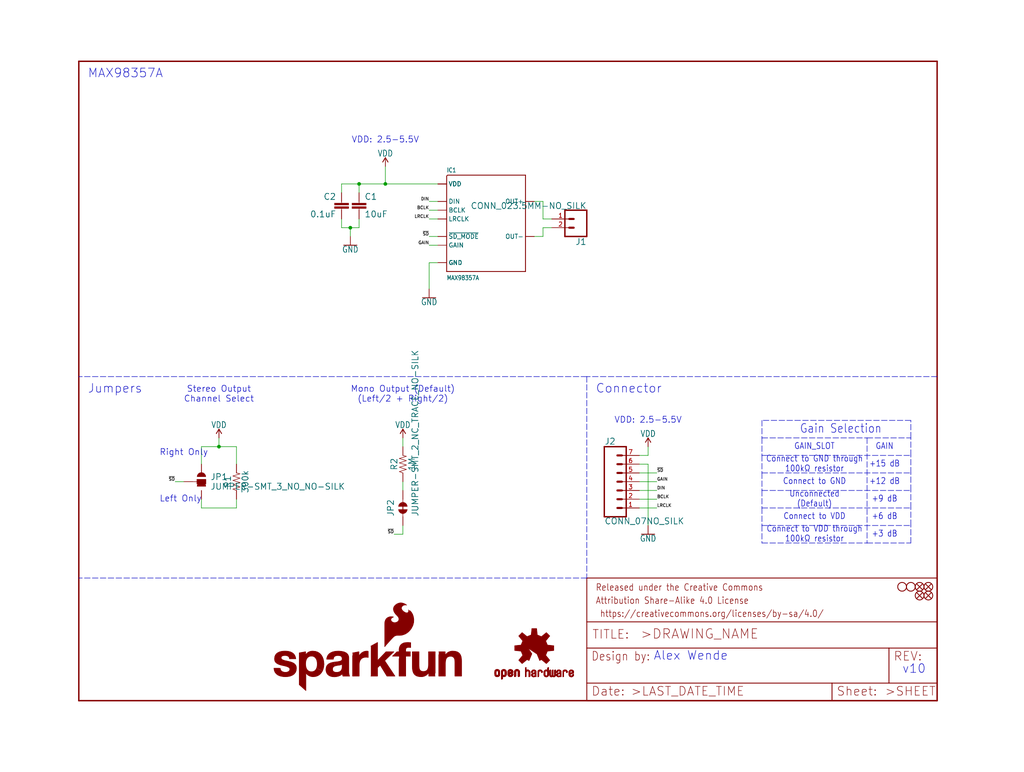
<source format=kicad_sch>
(kicad_sch (version 20211123) (generator eeschema)
  (paper "User" 297.002 223.926)
  (lib_symbols
    (symbol "schematicEagle-eagle-import:0.1UF-0603-25V-(+80{slash}-20%)"
      (property "Reference" "C" (at 1.524 2.921 0))
      (property "Value" "0.1UF-0603-25V-(+80{slash}-20%)" (at 1.524 -2.159 0))
      (symbol "0.1UF-0603-25V-(+80{slash}-20%)_1_0"
        (pin passive line (at 0 5.08 270) (length 2.54) (name "1") (number "1"))
        (pin passive line (at 0 -2.54 90) (length 2.54) (name "2") (number "2"))
      )
    )
    (symbol "schematicEagle-eagle-import:10UF-0805-10V-10%"
      (property "Reference" "C" (at 1.524 2.921 0))
      (property "Value" "10UF-0805-10V-10%" (at 1.524 -2.159 0))
      (symbol "10UF-0805-10V-10%_1_0"
        (pin passive line (at 0 5.08 270) (length 2.54) (name "1") (number "1"))
        (pin passive line (at 0 -2.54 90) (length 2.54) (name "2") (number "2"))
      )
    )
    (symbol "schematicEagle-eagle-import:1MOHM-0603-1{slash}4W-5%"
      (property "Reference" "R" (at 0 1.524 0))
      (property "Value" "1MOHM-0603-1{slash}4W-5%" (at 0 -1.524 0))
      (symbol "1MOHM-0603-1{slash}4W-5%_1_0"
        (pin passive line (at -5.08 0 0) (length 2.54) (name "1") (number "1"))
        (pin passive line (at 5.08 0 180) (length 2.54) (name "2") (number "2"))
      )
    )
    (symbol "schematicEagle-eagle-import:300KOHM-0603-1{slash}10W-1%"
      (property "Reference" "R" (at 0 1.524 0))
      (property "Value" "300KOHM-0603-1{slash}10W-1%" (at 0 -1.524 0))
      (symbol "300KOHM-0603-1{slash}10W-1%_1_0"
        (pin passive line (at -5.08 0 0) (length 2.54) (name "1") (number "1"))
        (pin passive line (at 5.08 0 180) (length 2.54) (name "2") (number "2"))
      )
    )
    (symbol "schematicEagle-eagle-import:CONN_023.5MM-NO_SILK"
      (property "Reference" "J" (at -2.54 5.588 0))
      (property "Value" "CONN_023.5MM-NO_SILK" (at -2.54 -4.826 0))
      (symbol "CONN_023.5MM-NO_SILK_1_0"
        (pin passive line (at 7.62 0 180) (length 5.08) (name "1") (number "1"))
        (pin passive line (at 7.62 2.54 180) (length 5.08) (name "2") (number "2"))
      )
    )
    (symbol "schematicEagle-eagle-import:CONN_07NO_SILK"
      (property "Reference" "J" (at -5.08 13.208 0))
      (property "Value" "CONN_07NO_SILK" (at -5.08 -9.906 0))
      (symbol "CONN_07NO_SILK_1_0"
        (pin passive line (at 5.08 -5.08 180) (length 5.08) (name "1") (number "1"))
        (pin passive line (at 5.08 -2.54 180) (length 5.08) (name "2") (number "2"))
        (pin passive line (at 5.08 0 180) (length 5.08) (name "3") (number "3"))
        (pin passive line (at 5.08 2.54 180) (length 5.08) (name "4") (number "4"))
        (pin passive line (at 5.08 5.08 180) (length 5.08) (name "5") (number "5"))
        (pin passive line (at 5.08 7.62 180) (length 5.08) (name "6") (number "6"))
        (pin passive line (at 5.08 10.16 180) (length 5.08) (name "7") (number "7"))
      )
    )
    (symbol "schematicEagle-eagle-import:FIDUCIALUFIDUCIAL")
    (symbol "schematicEagle-eagle-import:FRAME-LETTER"
      (symbol "FRAME-LETTER_2_0"
        (text " https://creativecommons.org/licenses/by-sa/4.0/" (at 2.54 24.13 0) (effects (font (size 1.9304 1.6408)) (justify left bottom)))
        (text ">DRAWING_NAME" (at 15.494 17.78 0) (effects (font (size 2.7432 2.7432)) (justify left bottom)))
        (text ">LAST_DATE_TIME" (at 12.7 1.27 0) (effects (font (size 2.54 2.54)) (justify left bottom)))
        (text ">SHEET" (at 86.36 1.27 0) (effects (font (size 2.54 2.54)) (justify left bottom)))
        (text "Attribution Share-Alike 4.0 License" (at 2.54 27.94 0) (effects (font (size 1.9304 1.6408)) (justify left bottom)))
        (text "Date:" (at 1.27 1.27 0) (effects (font (size 2.54 2.54)) (justify left bottom)))
        (text "Design by:" (at 1.27 11.43 0) (effects (font (size 2.54 2.159)) (justify left bottom)))
        (text "Released under the Creative Commons" (at 2.54 31.75 0) (effects (font (size 1.9304 1.6408)) (justify left bottom)))
        (text "REV:" (at 88.9 11.43 0) (effects (font (size 2.54 2.54)) (justify left bottom)))
        (text "Sheet:" (at 72.39 1.27 0) (effects (font (size 2.54 2.54)) (justify left bottom)))
        (text "TITLE:" (at 1.524 17.78 0) (effects (font (size 2.54 2.54)) (justify left bottom)))
      )
    )
    (symbol "schematicEagle-eagle-import:GND" (power)
      (property "Value" "GND" (at 0 -0.254 0))
      (symbol "GND_1_0"
        (pin power_in line (at 0 2.54 270) (length 2.54) (name "GND") (number "1"))
      )
    )
    (symbol "schematicEagle-eagle-import:JUMPER-SMT_2_NC_TRACE_NO-SILK"
      (property "Reference" "JP" (at -2.54 2.54 0))
      (property "Value" "JUMPER-SMT_2_NC_TRACE_NO-SILK" (at -2.54 -2.54 0))
      (symbol "JUMPER-SMT_2_NC_TRACE_NO-SILK_1_0"
        (pin passive line (at -5.08 0 0) (length 2.54) (name "1") (number "1"))
        (pin passive line (at 5.08 0 180) (length 2.54) (name "2") (number "2"))
      )
    )
    (symbol "schematicEagle-eagle-import:JUMPER-SMT_3_NO_NO-SILK"
      (property "Reference" "JP" (at 2.54 0.381 0))
      (property "Value" "JUMPER-SMT_3_NO_NO-SILK" (at 2.54 -0.381 0))
      (symbol "JUMPER-SMT_3_NO_NO-SILK_1_0"
        (pin passive line (at 0 5.08 270) (length 2.54) (name "1") (number "1"))
        (pin passive line (at -5.08 0 0) (length 2.54) (name "2") (number "2"))
        (pin passive line (at 0 -5.08 90) (length 2.54) (name "3") (number "3"))
      )
    )
    (symbol "schematicEagle-eagle-import:MAX98357A"
      (property "Reference" "IC" (at -10.16 13.462 0))
      (property "Value" "MAX98357A" (at -10.16 -17.78 0))
      (symbol "MAX98357A_1_0"
        (pin bidirectional line (at -12.7 5.08 0) (length 2.54) (name "DIN") (number "P$1"))
        (pin bidirectional line (at 15.24 -5.08 180) (length 2.54) (name "OUT-") (number "P$10"))
        (pin bidirectional line (at -12.7 -12.7 0) (length 2.54) (name "GND") (number "P$11"))
        (pin bidirectional line (at -12.7 0 0) (length 2.54) (name "LRCLK") (number "P$14"))
        (pin bidirectional line (at -12.7 -12.7 0) (length 2.54) (name "GND") (number "P$15"))
        (pin bidirectional line (at -12.7 2.54 0) (length 2.54) (name "BCLK") (number "P$16"))
        (pin bidirectional line (at -12.7 -7.62 0) (length 2.54) (name "GAIN") (number "P$2"))
        (pin bidirectional line (at -12.7 -12.7 0) (length 2.54) (name "GND") (number "P$3"))
        (pin bidirectional line (at -12.7 -5.08 0) (length 2.54) (name "~{SD_MODE}") (number "P$4"))
        (pin bidirectional line (at -12.7 10.16 0) (length 2.54) (name "VDD") (number "P$7"))
        (pin bidirectional line (at -12.7 10.16 0) (length 2.54) (name "VDD") (number "P$8"))
        (pin bidirectional line (at 15.24 5.08 180) (length 2.54) (name "OUT+") (number "P$9"))
        (pin bidirectional line (at -12.7 -12.7 0) (length 2.54) (name "GND") (number "P$EP"))
      )
    )
    (symbol "schematicEagle-eagle-import:OSHW-LOGOS")
    (symbol "schematicEagle-eagle-import:SFE_LOGO_NAME_FLAME.1_INCH")
    (symbol "schematicEagle-eagle-import:STAND-OFF")
    (symbol "schematicEagle-eagle-import:VDD" (power)
      (property "Value" "VDD" (at 0 2.794 0))
      (symbol "VDD_1_0"
        (pin power_in line (at 0 0 90) (length 2.54) (name "VDD") (number "1"))
      )
    )
  )
  (junction (at 104.14 53.34))
  (junction (at 63.5 129.54))
  (junction (at 101.6 66.04))
  (junction (at 111.76 53.34))
  (polyline (pts (xy 264.16 127) (xy 264.16 121.92)))
  (wire (pts (xy 99.06 53.34) (xy 104.14 53.34)))
  (wire (pts (xy 104.14 53.34) (xy 111.76 53.34)))
  (wire (pts (xy 187.96 134.62) (xy 187.96 152.4)))
  (wire (pts (xy 104.14 53.34) (xy 104.14 55.88)))
  (wire (pts (xy 63.5 129.54) (xy 58.42 129.54)))
  (wire (pts (xy 127 53.34) (xy 111.76 53.34)))
  (wire (pts (xy 157.48 63.5) (xy 160.02 63.5)))
  (wire (pts (xy 104.14 66.04) (xy 101.6 66.04)))
  (wire (pts (xy 185.42 139.7) (xy 190.5 139.7)))
  (polyline (pts (xy 220.98 142.24) (xy 264.16 142.24)))
  (wire (pts (xy 185.42 142.24) (xy 190.5 142.24)))
  (polyline (pts (xy 220.98 147.32) (xy 264.16 147.32)))
  (wire (pts (xy 154.94 68.58) (xy 157.48 68.58)))
  (polyline (pts (xy 251.46 157.48) (xy 264.16 157.48)))
  (polyline (pts (xy 220.98 137.16) (xy 264.16 137.16)))
  (wire (pts (xy 127 63.5) (xy 124.46 63.5)))
  (wire (pts (xy 157.48 58.42) (xy 157.48 63.5)))
  (wire (pts (xy 185.42 137.16) (xy 190.5 137.16)))
  (wire (pts (xy 101.6 66.04) (xy 101.6 68.58)))
  (polyline (pts (xy 170.18 109.22) (xy 170.18 167.64)))
  (polyline (pts (xy 264.16 147.32) (xy 264.16 142.24)))
  (wire (pts (xy 154.94 58.42) (xy 157.48 58.42)))
  (wire (pts (xy 104.14 63.5) (xy 104.14 66.04)))
  (polyline (pts (xy 170.18 167.64) (xy 22.86 167.64)))
  (polyline (pts (xy 251.46 127) (xy 264.16 127)))
  (polyline (pts (xy 220.98 132.08) (xy 264.16 132.08)))
  (wire (pts (xy 63.5 129.54) (xy 63.5 127)))
  (wire (pts (xy 116.84 154.94) (xy 114.3 154.94)))
  (wire (pts (xy 99.06 66.04) (xy 99.06 63.5)))
  (polyline (pts (xy 264.16 137.16) (xy 264.16 132.08)))
  (wire (pts (xy 124.46 76.2) (xy 124.46 83.82)))
  (polyline (pts (xy 251.46 127) (xy 251.46 157.48)))
  (polyline (pts (xy 264.16 157.48) (xy 264.16 152.4)))
  (wire (pts (xy 127 60.96) (xy 124.46 60.96)))
  (wire (pts (xy 68.58 147.32) (xy 68.58 144.78)))
  (wire (pts (xy 111.76 53.34) (xy 111.76 48.26)))
  (wire (pts (xy 116.84 152.4) (xy 116.84 154.94)))
  (polyline (pts (xy 170.18 109.22) (xy 22.86 109.22)))
  (wire (pts (xy 58.42 134.62) (xy 58.42 129.54)))
  (wire (pts (xy 187.96 132.08) (xy 187.96 129.54)))
  (polyline (pts (xy 220.98 137.16) (xy 220.98 142.24)))
  (wire (pts (xy 101.6 66.04) (xy 99.06 66.04)))
  (wire (pts (xy 53.34 139.7) (xy 50.8 139.7)))
  (wire (pts (xy 185.42 132.08) (xy 187.96 132.08)))
  (wire (pts (xy 127 68.58) (xy 124.46 68.58)))
  (wire (pts (xy 116.84 139.7) (xy 116.84 142.24)))
  (wire (pts (xy 127 76.2) (xy 124.46 76.2)))
  (wire (pts (xy 58.42 144.78) (xy 58.42 147.32)))
  (polyline (pts (xy 220.98 152.4) (xy 220.98 157.48)))
  (wire (pts (xy 185.42 144.78) (xy 190.5 144.78)))
  (polyline (pts (xy 220.98 157.48) (xy 251.46 157.48)))
  (polyline (pts (xy 264.16 132.08) (xy 264.16 127)))
  (polyline (pts (xy 220.98 132.08) (xy 220.98 137.16)))
  (wire (pts (xy 58.42 147.32) (xy 68.58 147.32)))
  (wire (pts (xy 127 71.12) (xy 124.46 71.12)))
  (polyline (pts (xy 264.16 152.4) (xy 264.16 147.32)))
  (polyline (pts (xy 220.98 147.32) (xy 220.98 152.4)))
  (polyline (pts (xy 264.16 121.92) (xy 220.98 121.92)))
  (polyline (pts (xy 220.98 152.4) (xy 264.16 152.4)))
  (polyline (pts (xy 220.98 142.24) (xy 220.98 147.32)))
  (polyline (pts (xy 220.98 127) (xy 220.98 132.08)))
  (polyline (pts (xy 264.16 142.24) (xy 264.16 137.16)))
  (wire (pts (xy 185.42 147.32) (xy 190.5 147.32)))
  (wire (pts (xy 157.48 68.58) (xy 157.48 66.04)))
  (polyline (pts (xy 220.98 127) (xy 251.46 127)))
  (wire (pts (xy 185.42 134.62) (xy 187.96 134.62)))
  (wire (pts (xy 127 58.42) (xy 124.46 58.42)))
  (wire (pts (xy 157.48 66.04) (xy 160.02 66.04)))
  (wire (pts (xy 68.58 134.62) (xy 68.58 129.54)))
  (polyline (pts (xy 271.78 109.22) (xy 170.18 109.22)))
  (wire (pts (xy 116.84 129.54) (xy 116.84 127)))
  (polyline (pts (xy 220.98 121.92) (xy 220.98 127)))
  (wire (pts (xy 99.06 55.88) (xy 99.06 53.34)))
  (wire (pts (xy 68.58 129.54) (xy 63.5 129.54)))
  (text "GAIN" (at 256.54 129.54 180) (effects (font (size 1.778 1.5113))))
  (text "GAIN_SLOT" (at 236.22 129.54 180) (effects (font (size 1.778 1.5113))))
  (text "Right Only" (at 46.228 132.334 180) (effects (font (size 1.778 1.778)) (justify left bottom)))
  (text "Connect to VDD" (at 236.22 149.86 180) (effects (font (size 1.778 1.5113))))
  (text "Connect to GND through\n100kΩ resistor" (at 236.22 134.62 180) (effects (font (size 1.778 1.5113))))
  (text "Jumpers" (at 25.4 114.3 180) (effects (font (size 2.54 2.54)) (justify left bottom)))
  (text "+6 dB" (at 256.54 149.86 180) (effects (font (size 1.778 1.5113))))
  (text "Connector" (at 172.72 114.3 180) (effects (font (size 2.54 2.54)) (justify left bottom)))
  (text "+3 dB" (at 256.54 154.94 180) (effects (font (size 1.778 1.5113))))
  (text "VDD: 2.5-5.5V" (at 111.76 40.64 180) (effects (font (size 1.778 1.778))))
  (text "Unconnected\n(Default)" (at 236.22 144.78 180) (effects (font (size 1.778 1.5113))))
  (text "Gain Selection" (at 243.84 124.46 180) (effects (font (size 2.54 2.159))))
  (text "MAX98357A" (at 25.4 22.86 180) (effects (font (size 2.54 2.54)) (justify left bottom)))
  (text "Connect to GND" (at 236.22 139.7 180) (effects (font (size 1.778 1.5113))))
  (text "Left Only" (at 46.228 145.796 180) (effects (font (size 1.778 1.778)) (justify left bottom)))
  (text "+9 dB" (at 256.54 144.78 180) (effects (font (size 1.778 1.5113))))
  (text "Stereo Output\nChannel Select" (at 63.5 116.84 180) (effects (font (size 1.778 1.778)) (justify bottom)))
  (text "+12 dB" (at 256.54 139.7 180) (effects (font (size 1.778 1.5113))))
  (text "Mono Output (Default)\n(Left/2 + Right/2)" (at 116.84 116.84 180) (effects (font (size 1.778 1.778)) (justify bottom)))
  (text "VDD: 2.5-5.5V" (at 187.96 121.92 180) (effects (font (size 1.778 1.778))))
  (text "v10" (at 261.62 195.58 180) (effects (font (size 2.54 2.54)) (justify left bottom)))
  (text "Connect to VDD through\n100kΩ resistor" (at 236.22 154.94 180) (effects (font (size 1.778 1.5113))))
  (text "+15 dB" (at 256.54 134.62 180) (effects (font (size 1.778 1.5113))))
  (text "Alex Wende" (at 189.484 191.77 180) (effects (font (size 2.54 2.54)) (justify left bottom)))
  (label "GAIN" (at 190.5 139.7 0) (effects (font (size 0.889 0.889))))
  (label "~{SD}" (at 190.5 137.16 0) (effects (font (size 0.889 0.889))))
  (label "~{SD}" (at 50.8 139.7 180) (effects (font (size 0.889 0.889))))
  (label "DIN" (at 124.46 58.42 180) (effects (font (size 0.889 0.889))))
  (label "LRCLK" (at 190.5 147.32 0) (effects (font (size 0.889 0.889))))
  (label "DIN" (at 190.5 142.24 0) (effects (font (size 0.889 0.889))))
  (label "~{SD}" (at 124.46 68.58 180) (effects (font (size 0.889 0.889))))
  (label "~{SD}" (at 114.3 154.94 180) (effects (font (size 0.889 0.889))))
  (label "BCLK" (at 124.46 60.96 180) (effects (font (size 0.889 0.889))))
  (label "LRCLK" (at 124.46 63.5 180) (effects (font (size 0.889 0.889))))
  (label "GAIN" (at 124.46 71.12 180) (effects (font (size 0.889 0.889))))
  (label "BCLK" (at 190.5 144.78 0) (effects (font (size 0.889 0.889))))
  (symbol (lib_id "schematicEagle-eagle-import:300KOHM-0603-1{slash}10W-1%") (at 68.58 139.7 90) (unit 1)
    (property "Reference" "R1" (at 67.056 139.7 0) (effects (font (size 1.778 1.778)) (justify bottom)))
    (property "Value" "300k" (at 70.104 139.7 0) (effects (font (size 1.778 1.778)) (justify top)))
    (property "Footprint" "schematicEagle:0603" (effects hide))
  )
  (symbol (lib_id "schematicEagle-eagle-import:SFE_LOGO_NAME_FLAME.1_INCH") (at 78.74 200.66 0) (unit 1)
    (property "Reference" "LOGO1" (effects hide))
    (property "Value" "SFE_LOGO_NAME_FLAME.1_INCH" (effects hide))
    (property "Footprint" "schematicEagle:SFE_LOGO_NAME_FLAME_.1" (effects hide))
  )
  (symbol (lib_id "schematicEagle-eagle-import:FRAME-LETTER") (at 170.18 203.2 0) (unit 2)
    (property "Reference" "FRAME1" (effects hide))
    (property "Value" "FRAME-LETTER" (effects hide))
    (property "Footprint" "schematicEagle:CREATIVE_COMMONS" (effects hide))
  )
  (symbol (lib_id "schematicEagle-eagle-import:10UF-0805-10V-10%") (at 104.14 60.96 0) (unit 1)
    (property "Reference" "C1" (at 105.664 58.039 0) (effects (font (size 1.778 1.778)) (justify left bottom)))
    (property "Value" "10uF" (at 105.664 63.119 0) (effects (font (size 1.778 1.778)) (justify left bottom)))
    (property "Footprint" "schematicEagle:0805" (effects hide))
  )
  (symbol (lib_id "schematicEagle-eagle-import:VDD") (at 116.84 127 0) (unit 1)
    (property "Reference" "#SUPPLY4" (effects hide))
    (property "Value" "VDD" (at 116.84 124.206 0) (effects (font (size 1.778 1.5113)) (justify bottom)))
    (property "Footprint" "schematicEagle:" (effects hide))
  )
  (symbol (lib_id "schematicEagle-eagle-import:GND") (at 101.6 71.12 0) (unit 1)
    (property "Reference" "#GND2" (effects hide))
    (property "Value" "GND" (at 101.6 71.374 0) (effects (font (size 1.778 1.5113)) (justify top)))
    (property "Footprint" "schematicEagle:" (effects hide))
  )
  (symbol (lib_id "schematicEagle-eagle-import:1MOHM-0603-1{slash}4W-5%") (at 116.84 134.62 90) (unit 1)
    (property "Reference" "R2" (at 115.316 134.62 0) (effects (font (size 1.778 1.778)) (justify bottom)))
    (property "Value" "1M" (at 118.364 134.62 0) (effects (font (size 1.778 1.778)) (justify top)))
    (property "Footprint" "schematicEagle:0603" (effects hide))
  )
  (symbol (lib_id "schematicEagle-eagle-import:JUMPER-SMT_2_NC_TRACE_NO-SILK") (at 116.84 147.32 90) (unit 1)
    (property "Reference" "JP2" (at 114.3 149.86 0) (effects (font (size 1.778 1.778)) (justify left bottom)))
    (property "Value" "JUMPER-SMT_2_NC_TRACE_NO-SILK" (at 119.38 149.86 0) (effects (font (size 1.778 1.778)) (justify left top)))
    (property "Footprint" "schematicEagle:SMT-JUMPER_2_NC_TRACE_NO-SILK" (effects hide))
  )
  (symbol (lib_id "schematicEagle-eagle-import:VDD") (at 63.5 127 0) (unit 1)
    (property "Reference" "#SUPPLY2" (effects hide))
    (property "Value" "VDD" (at 63.5 124.206 0) (effects (font (size 1.778 1.5113)) (justify bottom)))
    (property "Footprint" "schematicEagle:" (effects hide))
  )
  (symbol (lib_id "schematicEagle-eagle-import:FRAME-LETTER") (at 22.86 203.2 0) (unit 1)
    (property "Reference" "FRAME1" (effects hide))
    (property "Value" "FRAME-LETTER" (effects hide))
    (property "Footprint" "schematicEagle:CREATIVE_COMMONS" (effects hide))
  )
  (symbol (lib_id "schematicEagle-eagle-import:CONN_07NO_SILK") (at 180.34 142.24 0) (unit 1)
    (property "Reference" "J2" (at 175.26 129.032 0) (effects (font (size 1.778 1.778)) (justify left bottom)))
    (property "Value" "CONN_07NO_SILK" (at 175.26 152.146 0) (effects (font (size 1.778 1.778)) (justify left bottom)))
    (property "Footprint" "schematicEagle:1X07_NO_SILK" (effects hide))
  )
  (symbol (lib_id "schematicEagle-eagle-import:CONN_023.5MM-NO_SILK") (at 167.64 63.5 180) (unit 1)
    (property "Reference" "J1" (at 170.18 69.088 0) (effects (font (size 1.778 1.778)) (justify left bottom)))
    (property "Value" "CONN_023.5MM-NO_SILK" (at 170.18 58.674 0) (effects (font (size 1.778 1.778)) (justify left bottom)))
    (property "Footprint" "schematicEagle:SCREWTERMINAL-3.5MM-2-NS" (effects hide))
  )
  (symbol (lib_id "schematicEagle-eagle-import:FIDUCIALUFIDUCIAL") (at 266.7 172.72 0) (unit 1)
    (property "Reference" "FD3" (effects hide))
    (property "Value" "FIDUCIALUFIDUCIAL" (effects hide))
    (property "Footprint" "schematicEagle:FIDUCIAL-MICRO" (effects hide))
  )
  (symbol (lib_id "schematicEagle-eagle-import:FIDUCIALUFIDUCIAL") (at 266.7 170.18 0) (unit 1)
    (property "Reference" "FD1" (effects hide))
    (property "Value" "FIDUCIALUFIDUCIAL" (effects hide))
    (property "Footprint" "schematicEagle:FIDUCIAL-MICRO" (effects hide))
  )
  (symbol (lib_id "schematicEagle-eagle-import:OSHW-LOGOS") (at 154.94 187.96 0) (unit 1)
    (property "Reference" "LOGO2" (effects hide))
    (property "Value" "OSHW-LOGOS" (effects hide))
    (property "Footprint" "schematicEagle:OSHW-LOGO-S" (effects hide))
  )
  (symbol (lib_id "schematicEagle-eagle-import:FIDUCIALUFIDUCIAL") (at 269.24 170.18 0) (unit 1)
    (property "Reference" "FD2" (effects hide))
    (property "Value" "FIDUCIALUFIDUCIAL" (effects hide))
    (property "Footprint" "schematicEagle:FIDUCIAL-MICRO" (effects hide))
  )
  (symbol (lib_id "schematicEagle-eagle-import:JUMPER-SMT_3_NO_NO-SILK") (at 58.42 139.7 0) (unit 1)
    (property "Reference" "JP1" (at 60.96 139.319 0) (effects (font (size 1.778 1.778)) (justify left bottom)))
    (property "Value" "JUMPER-SMT_3_NO_NO-SILK" (at 60.96 140.081 0) (effects (font (size 1.778 1.778)) (justify left top)))
    (property "Footprint" "schematicEagle:SMT-JUMPER_3_NO_NO-SILK" (effects hide))
  )
  (symbol (lib_id "schematicEagle-eagle-import:GND") (at 124.46 86.36 0) (unit 1)
    (property "Reference" "#GND1" (effects hide))
    (property "Value" "GND" (at 124.46 86.614 0) (effects (font (size 1.778 1.5113)) (justify top)))
    (property "Footprint" "schematicEagle:" (effects hide))
  )
  (symbol (lib_id "schematicEagle-eagle-import:0.1UF-0603-25V-(+80{slash}-20%)") (at 99.06 60.96 0) (mirror y) (unit 1)
    (property "Reference" "C2" (at 97.536 58.039 0) (effects (font (size 1.778 1.778)) (justify left bottom)))
    (property "Value" "0.1uF" (at 97.536 63.119 0) (effects (font (size 1.778 1.778)) (justify left bottom)))
    (property "Footprint" "schematicEagle:0603" (effects hide))
  )
  (symbol (lib_id "schematicEagle-eagle-import:MAX98357A") (at 139.7 63.5 0) (unit 1)
    (property "Reference" "IC1" (at 129.54 50.038 0) (effects (font (size 1.27 1.0795)) (justify left bottom)))
    (property "Value" "MAX98357A" (at 129.54 81.28 0) (effects (font (size 1.27 1.0795)) (justify left bottom)))
    (property "Footprint" "schematicEagle:TQFN-16" (effects hide))
  )
  (symbol (lib_id "schematicEagle-eagle-import:VDD") (at 187.96 129.54 0) (unit 1)
    (property "Reference" "#SUPPLY5" (effects hide))
    (property "Value" "VDD" (at 187.96 126.746 0) (effects (font (size 1.778 1.5113)) (justify bottom)))
    (property "Footprint" "schematicEagle:" (effects hide))
  )
  (symbol (lib_id "schematicEagle-eagle-import:STAND-OFF") (at 264.16 170.18 0) (unit 1)
    (property "Reference" "H2" (effects hide))
    (property "Value" "STAND-OFF" (effects hide))
    (property "Footprint" "schematicEagle:STAND-OFF" (effects hide))
  )
  (symbol (lib_id "schematicEagle-eagle-import:FIDUCIALUFIDUCIAL") (at 269.24 172.72 0) (unit 1)
    (property "Reference" "FD4" (effects hide))
    (property "Value" "FIDUCIALUFIDUCIAL" (effects hide))
    (property "Footprint" "schematicEagle:FIDUCIAL-MICRO" (effects hide))
  )
  (symbol (lib_id "schematicEagle-eagle-import:STAND-OFF") (at 261.62 170.18 0) (unit 1)
    (property "Reference" "H1" (effects hide))
    (property "Value" "STAND-OFF" (effects hide))
    (property "Footprint" "schematicEagle:STAND-OFF" (effects hide))
  )
  (symbol (lib_id "schematicEagle-eagle-import:GND") (at 187.96 154.94 0) (unit 1)
    (property "Reference" "#GND3" (effects hide))
    (property "Value" "GND" (at 187.96 155.194 0) (effects (font (size 1.778 1.5113)) (justify top)))
    (property "Footprint" "schematicEagle:" (effects hide))
  )
  (symbol (lib_id "schematicEagle-eagle-import:VDD") (at 111.76 48.26 0) (unit 1)
    (property "Reference" "#SUPPLY1" (effects hide))
    (property "Value" "VDD" (at 111.76 45.466 0) (effects (font (size 1.778 1.5113)) (justify bottom)))
    (property "Footprint" "schematicEagle:" (effects hide))
  )
)
</source>
